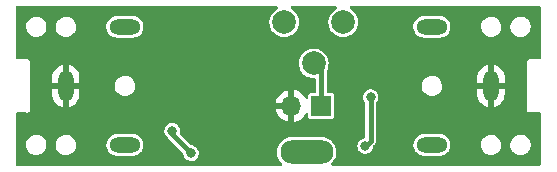
<source format=gbr>
%TF.GenerationSoftware,KiCad,Pcbnew,(6.0.0)*%
%TF.CreationDate,2022-02-18T01:59:25+09:00*%
%TF.ProjectId,mic pre,6d696320-7072-4652-9e6b-696361645f70,rev?*%
%TF.SameCoordinates,Original*%
%TF.FileFunction,Copper,L2,Bot*%
%TF.FilePolarity,Positive*%
%FSLAX46Y46*%
G04 Gerber Fmt 4.6, Leading zero omitted, Abs format (unit mm)*
G04 Created by KiCad (PCBNEW (6.0.0)) date 2022-02-18 01:59:25*
%MOMM*%
%LPD*%
G01*
G04 APERTURE LIST*
%TA.AperFunction,ComponentPad*%
%ADD10C,2.000000*%
%TD*%
%TA.AperFunction,ComponentPad*%
%ADD11R,1.700000X1.700000*%
%TD*%
%TA.AperFunction,ComponentPad*%
%ADD12O,1.700000X1.700000*%
%TD*%
%TA.AperFunction,ComponentPad*%
%ADD13O,2.616000X1.308000*%
%TD*%
%TA.AperFunction,ComponentPad*%
%ADD14O,1.308000X2.616000*%
%TD*%
%TA.AperFunction,ComponentPad*%
%ADD15O,4.500000X2.000000*%
%TD*%
%TA.AperFunction,ViaPad*%
%ADD16C,0.800000*%
%TD*%
%TA.AperFunction,Conductor*%
%ADD17C,0.400000*%
%TD*%
%TA.AperFunction,Conductor*%
%ADD18C,0.250000*%
%TD*%
G04 APERTURE END LIST*
D10*
%TO.P,SW1,1,A*%
%TO.N,VCC*%
X156500000Y-94600000D03*
%TO.P,SW1,2,B*%
%TO.N,Net-(J1-Pad1)*%
X154000000Y-98100000D03*
%TO.P,SW1,3,C*%
%TO.N,unconnected-(SW1-Pad3)*%
X151500000Y-94600000D03*
%TD*%
D11*
%TO.P,J1,1,Pin_1*%
%TO.N,Net-(J1-Pad1)*%
X154640000Y-101700000D03*
D12*
%TO.P,J1,2,Pin_2*%
%TO.N,GND*%
X152100000Y-101700000D03*
%TD*%
D13*
%TO.P,J3,R*%
%TO.N,unconnected-(J3-PadR)*%
X164000000Y-105000000D03*
D14*
%TO.P,J3,S*%
%TO.N,GND*%
X169000000Y-100000000D03*
D13*
%TO.P,J3,T*%
%TO.N,Net-(C6-Pad2)*%
X164000000Y-95000000D03*
%TD*%
%TO.P,J2,R*%
%TO.N,unconnected-(J2-PadR)*%
X138000000Y-95000000D03*
D14*
%TO.P,J2,S*%
%TO.N,GND*%
X133000000Y-100000000D03*
D13*
%TO.P,J2,T*%
%TO.N,Net-(C2-Pad2)*%
X138000000Y-105000000D03*
%TD*%
D15*
%TO.P,REF\u002A\u002A,1*%
%TO.N,N/C*%
X153400000Y-105600000D03*
%TD*%
D16*
%TO.N,VCC*%
X143600000Y-105700000D03*
X158815183Y-100957592D03*
X158350500Y-105100000D03*
X142000000Y-103800000D03*
%TO.N,GND*%
X157700000Y-98600000D03*
X146700000Y-95000000D03*
X145400000Y-102800000D03*
X147600000Y-101800000D03*
X158400000Y-94000000D03*
X154000000Y-95900000D03*
%TD*%
D17*
%TO.N,VCC*%
X158815183Y-100957592D02*
X158815183Y-104635317D01*
X158815183Y-104635317D02*
X158350500Y-105100000D01*
D18*
X142000000Y-104100000D02*
X142000000Y-103800000D01*
D17*
X143600000Y-105700000D02*
X142000000Y-104100000D01*
%TO.N,Net-(J1-Pad1)*%
X154640000Y-98740000D02*
X154000000Y-98100000D01*
X154640000Y-101700000D02*
X154640000Y-98740000D01*
%TD*%
%TA.AperFunction,Conductor*%
%TO.N,GND*%
G36*
X150917877Y-93274002D02*
G01*
X150964370Y-93327658D01*
X150974474Y-93397932D01*
X150944980Y-93462512D01*
X150903006Y-93494195D01*
X150875341Y-93507095D01*
X150875336Y-93507098D01*
X150870354Y-93509421D01*
X150865847Y-93512577D01*
X150865845Y-93512578D01*
X150695054Y-93632167D01*
X150695051Y-93632169D01*
X150690543Y-93635326D01*
X150535326Y-93790543D01*
X150409421Y-93970354D01*
X150407098Y-93975336D01*
X150407095Y-93975341D01*
X150360104Y-94076116D01*
X150316653Y-94169297D01*
X150259839Y-94381326D01*
X150240708Y-94600000D01*
X150259839Y-94818674D01*
X150316653Y-95030703D01*
X150343783Y-95088884D01*
X150407095Y-95224659D01*
X150407098Y-95224664D01*
X150409421Y-95229646D01*
X150412577Y-95234153D01*
X150412578Y-95234155D01*
X150470179Y-95316417D01*
X150535326Y-95409457D01*
X150690543Y-95564674D01*
X150695051Y-95567831D01*
X150695054Y-95567833D01*
X150763380Y-95615675D01*
X150870354Y-95690579D01*
X150875336Y-95692902D01*
X150875341Y-95692905D01*
X150964803Y-95734621D01*
X151069297Y-95783347D01*
X151281326Y-95840161D01*
X151500000Y-95859292D01*
X151718674Y-95840161D01*
X151930703Y-95783347D01*
X152035197Y-95734621D01*
X152124659Y-95692905D01*
X152124664Y-95692902D01*
X152129646Y-95690579D01*
X152236620Y-95615675D01*
X152304946Y-95567833D01*
X152304949Y-95567831D01*
X152309457Y-95564674D01*
X152464674Y-95409457D01*
X152529822Y-95316417D01*
X152587422Y-95234155D01*
X152587423Y-95234153D01*
X152590579Y-95229646D01*
X152592902Y-95224664D01*
X152592905Y-95224659D01*
X152656217Y-95088884D01*
X152683347Y-95030703D01*
X152740161Y-94818674D01*
X152759292Y-94600000D01*
X152740161Y-94381326D01*
X152683347Y-94169297D01*
X152639896Y-94076116D01*
X152592905Y-93975341D01*
X152592902Y-93975336D01*
X152590579Y-93970354D01*
X152464674Y-93790543D01*
X152309457Y-93635326D01*
X152304949Y-93632169D01*
X152304946Y-93632167D01*
X152134155Y-93512578D01*
X152134153Y-93512577D01*
X152129646Y-93509421D01*
X152124664Y-93507098D01*
X152124659Y-93507095D01*
X152096994Y-93494195D01*
X152043709Y-93447277D01*
X152024248Y-93379000D01*
X152044790Y-93311040D01*
X152098813Y-93264975D01*
X152150244Y-93254000D01*
X155849756Y-93254000D01*
X155917877Y-93274002D01*
X155964370Y-93327658D01*
X155974474Y-93397932D01*
X155944980Y-93462512D01*
X155903006Y-93494195D01*
X155875341Y-93507095D01*
X155875336Y-93507098D01*
X155870354Y-93509421D01*
X155865847Y-93512577D01*
X155865845Y-93512578D01*
X155695054Y-93632167D01*
X155695051Y-93632169D01*
X155690543Y-93635326D01*
X155535326Y-93790543D01*
X155409421Y-93970354D01*
X155407098Y-93975336D01*
X155407095Y-93975341D01*
X155360104Y-94076116D01*
X155316653Y-94169297D01*
X155259839Y-94381326D01*
X155240708Y-94600000D01*
X155259839Y-94818674D01*
X155316653Y-95030703D01*
X155343783Y-95088884D01*
X155407095Y-95224659D01*
X155407098Y-95224664D01*
X155409421Y-95229646D01*
X155412577Y-95234153D01*
X155412578Y-95234155D01*
X155470179Y-95316417D01*
X155535326Y-95409457D01*
X155690543Y-95564674D01*
X155695051Y-95567831D01*
X155695054Y-95567833D01*
X155763380Y-95615675D01*
X155870354Y-95690579D01*
X155875336Y-95692902D01*
X155875341Y-95692905D01*
X155964803Y-95734621D01*
X156069297Y-95783347D01*
X156281326Y-95840161D01*
X156500000Y-95859292D01*
X156718674Y-95840161D01*
X156930703Y-95783347D01*
X157035197Y-95734621D01*
X157124659Y-95692905D01*
X157124664Y-95692902D01*
X157129646Y-95690579D01*
X157236620Y-95615675D01*
X157304946Y-95567833D01*
X157304949Y-95567831D01*
X157309457Y-95564674D01*
X157464674Y-95409457D01*
X157529822Y-95316417D01*
X157587422Y-95234155D01*
X157587423Y-95234153D01*
X157590579Y-95229646D01*
X157592902Y-95224664D01*
X157592905Y-95224659D01*
X157653138Y-95095487D01*
X162437500Y-95095487D01*
X162477206Y-95282288D01*
X162479891Y-95288318D01*
X162479891Y-95288319D01*
X162531817Y-95404946D01*
X162554882Y-95456752D01*
X162558762Y-95462093D01*
X162558763Y-95462094D01*
X162576034Y-95485865D01*
X162667134Y-95611253D01*
X162672044Y-95615674D01*
X162672045Y-95615675D01*
X162755235Y-95690579D01*
X162809056Y-95739040D01*
X162974444Y-95834527D01*
X163156072Y-95893542D01*
X163162633Y-95894232D01*
X163162635Y-95894232D01*
X163215889Y-95899829D01*
X163298390Y-95908500D01*
X164701610Y-95908500D01*
X164784111Y-95899829D01*
X164837365Y-95894232D01*
X164837367Y-95894232D01*
X164843928Y-95893542D01*
X165025556Y-95834527D01*
X165190944Y-95739040D01*
X165244766Y-95690579D01*
X165327955Y-95615675D01*
X165327956Y-95615674D01*
X165332866Y-95611253D01*
X165423966Y-95485865D01*
X165441237Y-95462094D01*
X165441238Y-95462093D01*
X165445118Y-95456752D01*
X165468184Y-95404946D01*
X165520109Y-95288319D01*
X165520109Y-95288318D01*
X165522794Y-95282288D01*
X165562500Y-95095487D01*
X165562500Y-94952019D01*
X168141801Y-94952019D01*
X168142158Y-94958836D01*
X168142158Y-94958840D01*
X168150077Y-95109920D01*
X168151518Y-95137424D01*
X168153328Y-95143996D01*
X168153329Y-95144001D01*
X168199008Y-95309835D01*
X168200821Y-95316417D01*
X168287410Y-95480648D01*
X168407245Y-95622454D01*
X168412668Y-95626601D01*
X168412670Y-95626602D01*
X168549315Y-95731075D01*
X168549319Y-95731077D01*
X168554736Y-95735219D01*
X168560916Y-95738101D01*
X168560918Y-95738102D01*
X168716823Y-95810802D01*
X168716826Y-95810803D01*
X168723000Y-95813682D01*
X168729648Y-95815168D01*
X168729651Y-95815169D01*
X168825391Y-95836569D01*
X168904188Y-95854182D01*
X168909876Y-95854500D01*
X169046385Y-95854500D01*
X169184573Y-95839488D01*
X169347164Y-95784770D01*
X169354064Y-95782448D01*
X169354066Y-95782447D01*
X169360535Y-95780270D01*
X169519677Y-95684649D01*
X169524634Y-95679961D01*
X169524637Y-95679959D01*
X169649614Y-95561773D01*
X169649616Y-95561771D01*
X169654572Y-95557084D01*
X169758928Y-95403529D01*
X169791355Y-95322456D01*
X169825342Y-95237484D01*
X169825343Y-95237479D01*
X169827876Y-95231147D01*
X169828990Y-95224420D01*
X169828991Y-95224415D01*
X169857084Y-95054718D01*
X169857084Y-95054715D01*
X169858199Y-95047981D01*
X169857294Y-95030703D01*
X169853170Y-94952019D01*
X170641801Y-94952019D01*
X170642158Y-94958836D01*
X170642158Y-94958840D01*
X170650077Y-95109920D01*
X170651518Y-95137424D01*
X170653328Y-95143996D01*
X170653329Y-95144001D01*
X170699008Y-95309835D01*
X170700821Y-95316417D01*
X170787410Y-95480648D01*
X170907245Y-95622454D01*
X170912668Y-95626601D01*
X170912670Y-95626602D01*
X171049315Y-95731075D01*
X171049319Y-95731077D01*
X171054736Y-95735219D01*
X171060916Y-95738101D01*
X171060918Y-95738102D01*
X171216823Y-95810802D01*
X171216826Y-95810803D01*
X171223000Y-95813682D01*
X171229648Y-95815168D01*
X171229651Y-95815169D01*
X171325391Y-95836569D01*
X171404188Y-95854182D01*
X171409876Y-95854500D01*
X171546385Y-95854500D01*
X171684573Y-95839488D01*
X171847164Y-95784770D01*
X171854064Y-95782448D01*
X171854066Y-95782447D01*
X171860535Y-95780270D01*
X172019677Y-95684649D01*
X172024634Y-95679961D01*
X172024637Y-95679959D01*
X172149614Y-95561773D01*
X172149616Y-95561771D01*
X172154572Y-95557084D01*
X172258928Y-95403529D01*
X172291355Y-95322456D01*
X172325342Y-95237484D01*
X172325343Y-95237479D01*
X172327876Y-95231147D01*
X172328990Y-95224420D01*
X172328991Y-95224415D01*
X172357084Y-95054718D01*
X172357084Y-95054715D01*
X172358199Y-95047981D01*
X172357294Y-95030703D01*
X172348839Y-94869389D01*
X172348482Y-94862576D01*
X172346672Y-94856004D01*
X172346671Y-94855999D01*
X172300992Y-94690165D01*
X172299179Y-94683583D01*
X172212590Y-94519352D01*
X172092755Y-94377546D01*
X172087330Y-94373398D01*
X171950685Y-94268925D01*
X171950681Y-94268923D01*
X171945264Y-94264781D01*
X171939084Y-94261899D01*
X171939082Y-94261898D01*
X171783177Y-94189198D01*
X171783174Y-94189197D01*
X171777000Y-94186318D01*
X171770352Y-94184832D01*
X171770349Y-94184831D01*
X171600849Y-94146944D01*
X171600850Y-94146944D01*
X171595812Y-94145818D01*
X171590124Y-94145500D01*
X171453615Y-94145500D01*
X171315427Y-94160512D01*
X171230189Y-94189198D01*
X171145936Y-94217552D01*
X171145934Y-94217553D01*
X171139465Y-94219730D01*
X170980323Y-94315351D01*
X170975366Y-94320039D01*
X170975363Y-94320041D01*
X170897057Y-94394092D01*
X170845428Y-94442916D01*
X170741072Y-94596471D01*
X170738539Y-94602805D01*
X170738537Y-94602808D01*
X170674658Y-94762516D01*
X170674657Y-94762521D01*
X170672124Y-94768853D01*
X170671010Y-94775580D01*
X170671009Y-94775585D01*
X170648572Y-94911116D01*
X170641801Y-94952019D01*
X169853170Y-94952019D01*
X169848839Y-94869389D01*
X169848482Y-94862576D01*
X169846672Y-94856004D01*
X169846671Y-94855999D01*
X169800992Y-94690165D01*
X169799179Y-94683583D01*
X169712590Y-94519352D01*
X169592755Y-94377546D01*
X169587330Y-94373398D01*
X169450685Y-94268925D01*
X169450681Y-94268923D01*
X169445264Y-94264781D01*
X169439084Y-94261899D01*
X169439082Y-94261898D01*
X169283177Y-94189198D01*
X169283174Y-94189197D01*
X169277000Y-94186318D01*
X169270352Y-94184832D01*
X169270349Y-94184831D01*
X169100849Y-94146944D01*
X169100850Y-94146944D01*
X169095812Y-94145818D01*
X169090124Y-94145500D01*
X168953615Y-94145500D01*
X168815427Y-94160512D01*
X168730189Y-94189198D01*
X168645936Y-94217552D01*
X168645934Y-94217553D01*
X168639465Y-94219730D01*
X168480323Y-94315351D01*
X168475366Y-94320039D01*
X168475363Y-94320041D01*
X168397057Y-94394092D01*
X168345428Y-94442916D01*
X168241072Y-94596471D01*
X168238539Y-94602805D01*
X168238537Y-94602808D01*
X168174658Y-94762516D01*
X168174657Y-94762521D01*
X168172124Y-94768853D01*
X168171010Y-94775580D01*
X168171009Y-94775585D01*
X168148572Y-94911116D01*
X168141801Y-94952019D01*
X165562500Y-94952019D01*
X165562500Y-94904513D01*
X165522794Y-94717712D01*
X165520109Y-94711681D01*
X165447803Y-94549278D01*
X165447802Y-94549276D01*
X165445118Y-94543248D01*
X165427757Y-94519352D01*
X165336749Y-94394092D01*
X165332866Y-94388747D01*
X165256560Y-94320041D01*
X165195852Y-94265379D01*
X165195851Y-94265378D01*
X165190944Y-94260960D01*
X165059085Y-94184831D01*
X165031279Y-94168777D01*
X165031278Y-94168776D01*
X165025556Y-94165473D01*
X164843928Y-94106458D01*
X164837367Y-94105768D01*
X164837365Y-94105768D01*
X164784111Y-94100171D01*
X164701610Y-94091500D01*
X163298390Y-94091500D01*
X163215889Y-94100171D01*
X163162635Y-94105768D01*
X163162633Y-94105768D01*
X163156072Y-94106458D01*
X162974444Y-94165473D01*
X162968722Y-94168776D01*
X162968721Y-94168777D01*
X162940915Y-94184831D01*
X162809056Y-94260960D01*
X162804149Y-94265378D01*
X162804148Y-94265379D01*
X162743440Y-94320041D01*
X162667134Y-94388747D01*
X162663251Y-94394092D01*
X162572244Y-94519352D01*
X162554882Y-94543248D01*
X162552198Y-94549276D01*
X162552197Y-94549278D01*
X162479891Y-94711681D01*
X162477206Y-94717712D01*
X162437500Y-94904513D01*
X162437500Y-95095487D01*
X157653138Y-95095487D01*
X157656217Y-95088884D01*
X157683347Y-95030703D01*
X157740161Y-94818674D01*
X157759292Y-94600000D01*
X157740161Y-94381326D01*
X157683347Y-94169297D01*
X157639896Y-94076116D01*
X157592905Y-93975341D01*
X157592902Y-93975336D01*
X157590579Y-93970354D01*
X157464674Y-93790543D01*
X157309457Y-93635326D01*
X157304949Y-93632169D01*
X157304946Y-93632167D01*
X157134155Y-93512578D01*
X157134153Y-93512577D01*
X157129646Y-93509421D01*
X157124664Y-93507098D01*
X157124659Y-93507095D01*
X157096994Y-93494195D01*
X157043709Y-93447277D01*
X157024248Y-93379000D01*
X157044790Y-93311040D01*
X157098813Y-93264975D01*
X157150244Y-93254000D01*
X173120000Y-93254000D01*
X173188121Y-93274002D01*
X173234614Y-93327658D01*
X173246000Y-93380000D01*
X173246000Y-97620000D01*
X173225998Y-97688121D01*
X173172342Y-97734614D01*
X173120000Y-97746000D01*
X172337425Y-97746000D01*
X172312847Y-97743579D01*
X172300000Y-97741024D01*
X172287828Y-97743445D01*
X172274983Y-97746000D01*
X172200894Y-97760737D01*
X172116876Y-97816876D01*
X172060737Y-97900894D01*
X172041024Y-98000000D01*
X172043445Y-98012170D01*
X172043579Y-98012844D01*
X172046000Y-98037425D01*
X172046000Y-101962575D01*
X172043579Y-101987153D01*
X172041024Y-102000000D01*
X172046000Y-102025017D01*
X172060737Y-102099106D01*
X172116876Y-102183124D01*
X172200894Y-102239263D01*
X172300000Y-102258976D01*
X172312847Y-102256421D01*
X172337425Y-102254000D01*
X173120000Y-102254000D01*
X173188121Y-102274002D01*
X173234614Y-102327658D01*
X173246000Y-102380000D01*
X173246000Y-106620000D01*
X173225998Y-106688121D01*
X173172342Y-106734614D01*
X173120000Y-106746000D01*
X155584033Y-106746000D01*
X155515912Y-106725998D01*
X155469419Y-106672342D01*
X155459315Y-106602068D01*
X155493549Y-106532315D01*
X155624969Y-106396701D01*
X155624971Y-106396698D01*
X155628871Y-106392674D01*
X155655312Y-106353326D01*
X155750641Y-106211460D01*
X155750643Y-106211457D01*
X155753770Y-106206803D01*
X155814834Y-106067697D01*
X155841525Y-106006894D01*
X155841526Y-106006892D01*
X155843782Y-106001752D01*
X155884722Y-105831223D01*
X155894749Y-105789459D01*
X155894749Y-105789458D01*
X155896059Y-105784002D01*
X155904387Y-105639564D01*
X155908626Y-105566043D01*
X155908626Y-105566040D01*
X155908949Y-105560436D01*
X155882046Y-105338120D01*
X155816200Y-105124083D01*
X155810897Y-105113807D01*
X155800207Y-105093096D01*
X157691229Y-105093096D01*
X157692063Y-105100646D01*
X157702271Y-105193106D01*
X157708613Y-105250553D01*
X157711223Y-105257684D01*
X157711223Y-105257686D01*
X157742697Y-105343692D01*
X157763053Y-105399319D01*
X157767289Y-105405622D01*
X157767289Y-105405623D01*
X157821210Y-105485865D01*
X157851408Y-105530805D01*
X157857027Y-105535918D01*
X157857028Y-105535919D01*
X157956688Y-105626602D01*
X157968576Y-105637419D01*
X158107793Y-105713008D01*
X158261022Y-105753207D01*
X158344977Y-105754526D01*
X158411819Y-105755576D01*
X158411822Y-105755576D01*
X158419416Y-105755695D01*
X158573832Y-105720329D01*
X158654100Y-105679959D01*
X158708572Y-105652563D01*
X158708575Y-105652561D01*
X158715355Y-105649151D01*
X158721126Y-105644222D01*
X158721129Y-105644220D01*
X158830036Y-105551204D01*
X158830036Y-105551203D01*
X158835814Y-105546269D01*
X158928255Y-105417624D01*
X158987342Y-105270641D01*
X159008752Y-105120202D01*
X159019996Y-105095487D01*
X162437500Y-105095487D01*
X162438872Y-105101939D01*
X162438872Y-105101944D01*
X162457353Y-105188888D01*
X162477206Y-105282288D01*
X162479891Y-105288318D01*
X162479891Y-105288319D01*
X162539233Y-105421603D01*
X162554882Y-105456752D01*
X162558762Y-105462093D01*
X162558763Y-105462094D01*
X162576034Y-105485865D01*
X162667134Y-105611253D01*
X162672044Y-105615674D01*
X162672045Y-105615675D01*
X162785568Y-105717891D01*
X162809056Y-105739040D01*
X162974444Y-105834527D01*
X163156072Y-105893542D01*
X163162633Y-105894232D01*
X163162635Y-105894232D01*
X163215889Y-105899829D01*
X163298390Y-105908500D01*
X164701610Y-105908500D01*
X164784111Y-105899829D01*
X164837365Y-105894232D01*
X164837367Y-105894232D01*
X164843928Y-105893542D01*
X165025556Y-105834527D01*
X165190944Y-105739040D01*
X165214433Y-105717891D01*
X165327955Y-105615675D01*
X165327956Y-105615674D01*
X165332866Y-105611253D01*
X165423966Y-105485865D01*
X165441237Y-105462094D01*
X165441238Y-105462093D01*
X165445118Y-105456752D01*
X165460768Y-105421603D01*
X165520109Y-105288319D01*
X165520109Y-105288318D01*
X165522794Y-105282288D01*
X165542647Y-105188888D01*
X165561128Y-105101944D01*
X165561128Y-105101939D01*
X165562500Y-105095487D01*
X165562500Y-104952019D01*
X168141801Y-104952019D01*
X168142158Y-104958836D01*
X168142158Y-104958840D01*
X168150077Y-105109920D01*
X168151518Y-105137424D01*
X168153328Y-105143996D01*
X168153329Y-105144001D01*
X168199008Y-105309835D01*
X168200821Y-105316417D01*
X168287410Y-105480648D01*
X168407245Y-105622454D01*
X168412668Y-105626601D01*
X168412670Y-105626602D01*
X168549315Y-105731075D01*
X168549319Y-105731077D01*
X168554736Y-105735219D01*
X168560916Y-105738101D01*
X168560918Y-105738102D01*
X168716823Y-105810802D01*
X168716826Y-105810803D01*
X168723000Y-105813682D01*
X168729648Y-105815168D01*
X168729651Y-105815169D01*
X168825391Y-105836569D01*
X168904188Y-105854182D01*
X168909876Y-105854500D01*
X169046385Y-105854500D01*
X169184573Y-105839488D01*
X169349446Y-105784002D01*
X169354064Y-105782448D01*
X169354066Y-105782447D01*
X169360535Y-105780270D01*
X169519677Y-105684649D01*
X169524634Y-105679961D01*
X169524637Y-105679959D01*
X169649614Y-105561773D01*
X169649616Y-105561771D01*
X169654572Y-105557084D01*
X169758928Y-105403529D01*
X169762521Y-105394546D01*
X169825342Y-105237484D01*
X169825343Y-105237479D01*
X169827876Y-105231147D01*
X169828990Y-105224420D01*
X169828991Y-105224415D01*
X169857084Y-105054718D01*
X169857084Y-105054715D01*
X169858199Y-105047981D01*
X169854417Y-104975807D01*
X169853170Y-104952019D01*
X170641801Y-104952019D01*
X170642158Y-104958836D01*
X170642158Y-104958840D01*
X170650077Y-105109920D01*
X170651518Y-105137424D01*
X170653328Y-105143996D01*
X170653329Y-105144001D01*
X170699008Y-105309835D01*
X170700821Y-105316417D01*
X170787410Y-105480648D01*
X170907245Y-105622454D01*
X170912668Y-105626601D01*
X170912670Y-105626602D01*
X171049315Y-105731075D01*
X171049319Y-105731077D01*
X171054736Y-105735219D01*
X171060916Y-105738101D01*
X171060918Y-105738102D01*
X171216823Y-105810802D01*
X171216826Y-105810803D01*
X171223000Y-105813682D01*
X171229648Y-105815168D01*
X171229651Y-105815169D01*
X171325391Y-105836569D01*
X171404188Y-105854182D01*
X171409876Y-105854500D01*
X171546385Y-105854500D01*
X171684573Y-105839488D01*
X171849446Y-105784002D01*
X171854064Y-105782448D01*
X171854066Y-105782447D01*
X171860535Y-105780270D01*
X172019677Y-105684649D01*
X172024634Y-105679961D01*
X172024637Y-105679959D01*
X172149614Y-105561773D01*
X172149616Y-105561771D01*
X172154572Y-105557084D01*
X172258928Y-105403529D01*
X172262521Y-105394546D01*
X172325342Y-105237484D01*
X172325343Y-105237479D01*
X172327876Y-105231147D01*
X172328990Y-105224420D01*
X172328991Y-105224415D01*
X172357084Y-105054718D01*
X172357084Y-105054715D01*
X172358199Y-105047981D01*
X172354417Y-104975807D01*
X172348839Y-104869389D01*
X172348482Y-104862576D01*
X172346672Y-104856004D01*
X172346671Y-104855999D01*
X172300992Y-104690165D01*
X172299179Y-104683583D01*
X172212590Y-104519352D01*
X172092755Y-104377546D01*
X172087330Y-104373398D01*
X171950685Y-104268925D01*
X171950681Y-104268923D01*
X171945264Y-104264781D01*
X171939084Y-104261899D01*
X171939082Y-104261898D01*
X171783177Y-104189198D01*
X171783174Y-104189197D01*
X171777000Y-104186318D01*
X171770352Y-104184832D01*
X171770349Y-104184831D01*
X171600849Y-104146944D01*
X171600850Y-104146944D01*
X171595812Y-104145818D01*
X171590124Y-104145500D01*
X171453615Y-104145500D01*
X171315427Y-104160512D01*
X171230189Y-104189198D01*
X171145936Y-104217552D01*
X171145934Y-104217553D01*
X171139465Y-104219730D01*
X170980323Y-104315351D01*
X170975366Y-104320039D01*
X170975363Y-104320041D01*
X170867714Y-104421841D01*
X170845428Y-104442916D01*
X170741072Y-104596471D01*
X170738539Y-104602805D01*
X170738537Y-104602808D01*
X170674658Y-104762516D01*
X170674657Y-104762521D01*
X170672124Y-104768853D01*
X170671010Y-104775580D01*
X170671009Y-104775585D01*
X170642916Y-104945282D01*
X170641801Y-104952019D01*
X169853170Y-104952019D01*
X169848839Y-104869389D01*
X169848482Y-104862576D01*
X169846672Y-104856004D01*
X169846671Y-104855999D01*
X169800992Y-104690165D01*
X169799179Y-104683583D01*
X169712590Y-104519352D01*
X169592755Y-104377546D01*
X169587330Y-104373398D01*
X169450685Y-104268925D01*
X169450681Y-104268923D01*
X169445264Y-104264781D01*
X169439084Y-104261899D01*
X169439082Y-104261898D01*
X169283177Y-104189198D01*
X169283174Y-104189197D01*
X169277000Y-104186318D01*
X169270352Y-104184832D01*
X169270349Y-104184831D01*
X169100849Y-104146944D01*
X169100850Y-104146944D01*
X169095812Y-104145818D01*
X169090124Y-104145500D01*
X168953615Y-104145500D01*
X168815427Y-104160512D01*
X168730189Y-104189198D01*
X168645936Y-104217552D01*
X168645934Y-104217553D01*
X168639465Y-104219730D01*
X168480323Y-104315351D01*
X168475366Y-104320039D01*
X168475363Y-104320041D01*
X168367714Y-104421841D01*
X168345428Y-104442916D01*
X168241072Y-104596471D01*
X168238539Y-104602805D01*
X168238537Y-104602808D01*
X168174658Y-104762516D01*
X168174657Y-104762521D01*
X168172124Y-104768853D01*
X168171010Y-104775580D01*
X168171009Y-104775585D01*
X168142916Y-104945282D01*
X168141801Y-104952019D01*
X165562500Y-104952019D01*
X165562500Y-104904513D01*
X165561117Y-104898003D01*
X165540986Y-104803299D01*
X165522794Y-104717712D01*
X165518123Y-104707220D01*
X165447803Y-104549278D01*
X165447802Y-104549276D01*
X165445118Y-104543248D01*
X165427757Y-104519352D01*
X165354081Y-104417947D01*
X165332866Y-104388747D01*
X165319833Y-104377012D01*
X165195852Y-104265379D01*
X165195851Y-104265378D01*
X165190944Y-104260960D01*
X165025556Y-104165473D01*
X164843928Y-104106458D01*
X164837367Y-104105768D01*
X164837365Y-104105768D01*
X164776004Y-104099319D01*
X164701610Y-104091500D01*
X163298390Y-104091500D01*
X163223996Y-104099319D01*
X163162635Y-104105768D01*
X163162633Y-104105768D01*
X163156072Y-104106458D01*
X162974444Y-104165473D01*
X162809056Y-104260960D01*
X162804149Y-104265378D01*
X162804148Y-104265379D01*
X162680167Y-104377012D01*
X162667134Y-104388747D01*
X162645919Y-104417947D01*
X162572244Y-104519352D01*
X162554882Y-104543248D01*
X162552198Y-104549276D01*
X162552197Y-104549278D01*
X162481877Y-104707220D01*
X162477206Y-104717712D01*
X162459014Y-104803299D01*
X162438884Y-104898003D01*
X162437500Y-104904513D01*
X162437500Y-105095487D01*
X159019996Y-105095487D01*
X159038152Y-105055579D01*
X159044400Y-105048860D01*
X159112194Y-104981066D01*
X159123283Y-104971211D01*
X159138975Y-104958840D01*
X159150242Y-104949958D01*
X159183925Y-104901223D01*
X159186207Y-104898030D01*
X159221392Y-104850393D01*
X159223806Y-104843520D01*
X159227947Y-104837528D01*
X159245812Y-104781039D01*
X159247063Y-104777290D01*
X159250026Y-104768853D01*
X159266676Y-104721443D01*
X159266959Y-104714239D01*
X159266992Y-104714068D01*
X159269158Y-104707220D01*
X159269683Y-104700549D01*
X159269683Y-104647379D01*
X159269780Y-104642433D01*
X159271337Y-104602808D01*
X159272041Y-104584880D01*
X159270144Y-104577725D01*
X159269683Y-104569350D01*
X159269683Y-101485148D01*
X159289685Y-101417027D01*
X159298591Y-101405489D01*
X159300497Y-101403861D01*
X159392938Y-101275216D01*
X159452025Y-101128233D01*
X159474345Y-100971399D01*
X159474490Y-100957592D01*
X159455459Y-100800325D01*
X159399463Y-100652138D01*
X159361368Y-100596709D01*
X159314038Y-100527843D01*
X159314037Y-100527841D01*
X159309736Y-100521584D01*
X159191458Y-100416203D01*
X159184072Y-100412292D01*
X159115624Y-100376051D01*
X159051457Y-100342076D01*
X158897816Y-100303484D01*
X158890217Y-100303444D01*
X158890216Y-100303444D01*
X158824364Y-100303099D01*
X158739404Y-100302654D01*
X158732024Y-100304426D01*
X158732022Y-100304426D01*
X158592746Y-100337863D01*
X158592743Y-100337864D01*
X158585367Y-100339635D01*
X158444597Y-100412292D01*
X158325222Y-100516430D01*
X158234133Y-100646036D01*
X158219040Y-100684748D01*
X158188581Y-100762872D01*
X158176589Y-100793629D01*
X158175597Y-100801162D01*
X158175597Y-100801163D01*
X158167732Y-100860908D01*
X158155912Y-100950688D01*
X158160567Y-100992852D01*
X158169901Y-101077390D01*
X158173296Y-101108145D01*
X158227736Y-101256911D01*
X158316091Y-101388397D01*
X158321710Y-101393510D01*
X158326672Y-101399258D01*
X158325064Y-101400646D01*
X158356407Y-101452132D01*
X158360683Y-101484677D01*
X158360683Y-104325094D01*
X158340681Y-104393215D01*
X158287025Y-104439708D01*
X158264101Y-104447612D01*
X158200438Y-104462896D01*
X158128063Y-104480271D01*
X158128060Y-104480272D01*
X158120684Y-104482043D01*
X157979914Y-104554700D01*
X157860539Y-104658838D01*
X157769450Y-104788444D01*
X157747977Y-104843520D01*
X157716175Y-104925088D01*
X157711906Y-104936037D01*
X157710914Y-104943570D01*
X157710914Y-104943571D01*
X157692363Y-105084484D01*
X157691229Y-105093096D01*
X155800207Y-105093096D01*
X155716063Y-104930071D01*
X155716063Y-104930070D01*
X155713491Y-104925088D01*
X155577167Y-104747427D01*
X155573021Y-104743654D01*
X155573016Y-104743649D01*
X155415689Y-104600493D01*
X155411536Y-104596714D01*
X155221833Y-104477714D01*
X155135271Y-104442916D01*
X155019262Y-104396281D01*
X155014056Y-104394188D01*
X155008564Y-104393051D01*
X155008562Y-104393050D01*
X154857754Y-104361819D01*
X154794772Y-104348776D01*
X154790161Y-104348510D01*
X154790160Y-104348510D01*
X154739775Y-104345605D01*
X154739771Y-104345605D01*
X154737952Y-104345500D01*
X152093181Y-104345500D01*
X152090394Y-104345749D01*
X152090388Y-104345749D01*
X152021038Y-104351939D01*
X151926949Y-104360336D01*
X151710949Y-104419427D01*
X151705891Y-104421839D01*
X151705887Y-104421841D01*
X151513893Y-104513417D01*
X151508826Y-104515834D01*
X151504265Y-104519111D01*
X151504264Y-104519112D01*
X151391011Y-104600493D01*
X151326970Y-104646511D01*
X151296897Y-104677544D01*
X151195451Y-104782228D01*
X151171129Y-104807326D01*
X151168001Y-104811981D01*
X151054382Y-104981066D01*
X151046230Y-104993197D01*
X150956218Y-105198248D01*
X150954908Y-105203705D01*
X150906935Y-105403529D01*
X150903941Y-105415998D01*
X150903618Y-105421603D01*
X150892038Y-105622454D01*
X150891051Y-105639564D01*
X150917954Y-105861880D01*
X150983800Y-106075917D01*
X150986370Y-106080897D01*
X150986372Y-106080901D01*
X151048703Y-106201665D01*
X151086509Y-106274912D01*
X151222833Y-106452573D01*
X151226979Y-106456346D01*
X151226984Y-106456351D01*
X151304415Y-106526807D01*
X151341337Y-106587447D01*
X151339614Y-106658422D01*
X151299792Y-106717199D01*
X151234514Y-106745116D01*
X151219615Y-106746000D01*
X128880000Y-106746000D01*
X128811879Y-106725998D01*
X128765386Y-106672342D01*
X128754000Y-106620000D01*
X128754000Y-104952019D01*
X129641801Y-104952019D01*
X129642158Y-104958836D01*
X129642158Y-104958840D01*
X129650077Y-105109920D01*
X129651518Y-105137424D01*
X129653328Y-105143996D01*
X129653329Y-105144001D01*
X129699008Y-105309835D01*
X129700821Y-105316417D01*
X129787410Y-105480648D01*
X129907245Y-105622454D01*
X129912668Y-105626601D01*
X129912670Y-105626602D01*
X130049315Y-105731075D01*
X130049319Y-105731077D01*
X130054736Y-105735219D01*
X130060916Y-105738101D01*
X130060918Y-105738102D01*
X130216823Y-105810802D01*
X130216826Y-105810803D01*
X130223000Y-105813682D01*
X130229648Y-105815168D01*
X130229651Y-105815169D01*
X130325391Y-105836569D01*
X130404188Y-105854182D01*
X130409876Y-105854500D01*
X130546385Y-105854500D01*
X130684573Y-105839488D01*
X130849446Y-105784002D01*
X130854064Y-105782448D01*
X130854066Y-105782447D01*
X130860535Y-105780270D01*
X131019677Y-105684649D01*
X131024634Y-105679961D01*
X131024637Y-105679959D01*
X131149614Y-105561773D01*
X131149616Y-105561771D01*
X131154572Y-105557084D01*
X131258928Y-105403529D01*
X131262521Y-105394546D01*
X131325342Y-105237484D01*
X131325343Y-105237479D01*
X131327876Y-105231147D01*
X131328990Y-105224420D01*
X131328991Y-105224415D01*
X131357084Y-105054718D01*
X131357084Y-105054715D01*
X131358199Y-105047981D01*
X131354417Y-104975807D01*
X131353170Y-104952019D01*
X132141801Y-104952019D01*
X132142158Y-104958836D01*
X132142158Y-104958840D01*
X132150077Y-105109920D01*
X132151518Y-105137424D01*
X132153328Y-105143996D01*
X132153329Y-105144001D01*
X132199008Y-105309835D01*
X132200821Y-105316417D01*
X132287410Y-105480648D01*
X132407245Y-105622454D01*
X132412668Y-105626601D01*
X132412670Y-105626602D01*
X132549315Y-105731075D01*
X132549319Y-105731077D01*
X132554736Y-105735219D01*
X132560916Y-105738101D01*
X132560918Y-105738102D01*
X132716823Y-105810802D01*
X132716826Y-105810803D01*
X132723000Y-105813682D01*
X132729648Y-105815168D01*
X132729651Y-105815169D01*
X132825391Y-105836569D01*
X132904188Y-105854182D01*
X132909876Y-105854500D01*
X133046385Y-105854500D01*
X133184573Y-105839488D01*
X133349446Y-105784002D01*
X133354064Y-105782448D01*
X133354066Y-105782447D01*
X133360535Y-105780270D01*
X133519677Y-105684649D01*
X133524634Y-105679961D01*
X133524637Y-105679959D01*
X133649614Y-105561773D01*
X133649616Y-105561771D01*
X133654572Y-105557084D01*
X133758928Y-105403529D01*
X133762521Y-105394546D01*
X133825342Y-105237484D01*
X133825343Y-105237479D01*
X133827876Y-105231147D01*
X133828990Y-105224420D01*
X133828991Y-105224415D01*
X133850335Y-105095487D01*
X136437500Y-105095487D01*
X136438872Y-105101939D01*
X136438872Y-105101944D01*
X136457353Y-105188888D01*
X136477206Y-105282288D01*
X136479891Y-105288318D01*
X136479891Y-105288319D01*
X136539233Y-105421603D01*
X136554882Y-105456752D01*
X136558762Y-105462093D01*
X136558763Y-105462094D01*
X136576034Y-105485865D01*
X136667134Y-105611253D01*
X136672044Y-105615674D01*
X136672045Y-105615675D01*
X136785568Y-105717891D01*
X136809056Y-105739040D01*
X136974444Y-105834527D01*
X137156072Y-105893542D01*
X137162633Y-105894232D01*
X137162635Y-105894232D01*
X137215889Y-105899829D01*
X137298390Y-105908500D01*
X138701610Y-105908500D01*
X138784111Y-105899829D01*
X138837365Y-105894232D01*
X138837367Y-105894232D01*
X138843928Y-105893542D01*
X139025556Y-105834527D01*
X139190944Y-105739040D01*
X139214433Y-105717891D01*
X139327955Y-105615675D01*
X139327956Y-105615674D01*
X139332866Y-105611253D01*
X139423966Y-105485865D01*
X139441237Y-105462094D01*
X139441238Y-105462093D01*
X139445118Y-105456752D01*
X139460768Y-105421603D01*
X139520109Y-105288319D01*
X139520109Y-105288318D01*
X139522794Y-105282288D01*
X139542647Y-105188888D01*
X139561128Y-105101944D01*
X139561128Y-105101939D01*
X139562500Y-105095487D01*
X139562500Y-104904513D01*
X139561117Y-104898003D01*
X139540986Y-104803299D01*
X139522794Y-104717712D01*
X139518123Y-104707220D01*
X139447803Y-104549278D01*
X139447802Y-104549276D01*
X139445118Y-104543248D01*
X139427757Y-104519352D01*
X139354081Y-104417947D01*
X139332866Y-104388747D01*
X139319833Y-104377012D01*
X139195852Y-104265379D01*
X139195851Y-104265378D01*
X139190944Y-104260960D01*
X139025556Y-104165473D01*
X138843928Y-104106458D01*
X138837367Y-104105768D01*
X138837365Y-104105768D01*
X138776004Y-104099319D01*
X138701610Y-104091500D01*
X137298390Y-104091500D01*
X137223996Y-104099319D01*
X137162635Y-104105768D01*
X137162633Y-104105768D01*
X137156072Y-104106458D01*
X136974444Y-104165473D01*
X136809056Y-104260960D01*
X136804149Y-104265378D01*
X136804148Y-104265379D01*
X136680167Y-104377012D01*
X136667134Y-104388747D01*
X136645919Y-104417947D01*
X136572244Y-104519352D01*
X136554882Y-104543248D01*
X136552198Y-104549276D01*
X136552197Y-104549278D01*
X136481877Y-104707220D01*
X136477206Y-104717712D01*
X136459014Y-104803299D01*
X136438884Y-104898003D01*
X136437500Y-104904513D01*
X136437500Y-105095487D01*
X133850335Y-105095487D01*
X133857084Y-105054718D01*
X133857084Y-105054715D01*
X133858199Y-105047981D01*
X133854417Y-104975807D01*
X133848839Y-104869389D01*
X133848482Y-104862576D01*
X133846672Y-104856004D01*
X133846671Y-104855999D01*
X133800992Y-104690165D01*
X133799179Y-104683583D01*
X133712590Y-104519352D01*
X133592755Y-104377546D01*
X133587330Y-104373398D01*
X133450685Y-104268925D01*
X133450681Y-104268923D01*
X133445264Y-104264781D01*
X133439084Y-104261899D01*
X133439082Y-104261898D01*
X133283177Y-104189198D01*
X133283174Y-104189197D01*
X133277000Y-104186318D01*
X133270352Y-104184832D01*
X133270349Y-104184831D01*
X133100849Y-104146944D01*
X133100850Y-104146944D01*
X133095812Y-104145818D01*
X133090124Y-104145500D01*
X132953615Y-104145500D01*
X132815427Y-104160512D01*
X132730189Y-104189198D01*
X132645936Y-104217552D01*
X132645934Y-104217553D01*
X132639465Y-104219730D01*
X132480323Y-104315351D01*
X132475366Y-104320039D01*
X132475363Y-104320041D01*
X132367714Y-104421841D01*
X132345428Y-104442916D01*
X132241072Y-104596471D01*
X132238539Y-104602805D01*
X132238537Y-104602808D01*
X132174658Y-104762516D01*
X132174657Y-104762521D01*
X132172124Y-104768853D01*
X132171010Y-104775580D01*
X132171009Y-104775585D01*
X132142916Y-104945282D01*
X132141801Y-104952019D01*
X131353170Y-104952019D01*
X131348839Y-104869389D01*
X131348482Y-104862576D01*
X131346672Y-104856004D01*
X131346671Y-104855999D01*
X131300992Y-104690165D01*
X131299179Y-104683583D01*
X131212590Y-104519352D01*
X131092755Y-104377546D01*
X131087330Y-104373398D01*
X130950685Y-104268925D01*
X130950681Y-104268923D01*
X130945264Y-104264781D01*
X130939084Y-104261899D01*
X130939082Y-104261898D01*
X130783177Y-104189198D01*
X130783174Y-104189197D01*
X130777000Y-104186318D01*
X130770352Y-104184832D01*
X130770349Y-104184831D01*
X130600849Y-104146944D01*
X130600850Y-104146944D01*
X130595812Y-104145818D01*
X130590124Y-104145500D01*
X130453615Y-104145500D01*
X130315427Y-104160512D01*
X130230189Y-104189198D01*
X130145936Y-104217552D01*
X130145934Y-104217553D01*
X130139465Y-104219730D01*
X129980323Y-104315351D01*
X129975366Y-104320039D01*
X129975363Y-104320041D01*
X129867714Y-104421841D01*
X129845428Y-104442916D01*
X129741072Y-104596471D01*
X129738539Y-104602805D01*
X129738537Y-104602808D01*
X129674658Y-104762516D01*
X129674657Y-104762521D01*
X129672124Y-104768853D01*
X129671010Y-104775580D01*
X129671009Y-104775585D01*
X129642916Y-104945282D01*
X129641801Y-104952019D01*
X128754000Y-104952019D01*
X128754000Y-103793096D01*
X141340729Y-103793096D01*
X141358113Y-103950553D01*
X141360723Y-103957684D01*
X141360723Y-103957686D01*
X141409818Y-104091844D01*
X141412553Y-104099319D01*
X141416789Y-104105622D01*
X141416789Y-104105623D01*
X141455635Y-104163431D01*
X141500908Y-104230805D01*
X141538905Y-104265379D01*
X141588276Y-104310303D01*
X141615291Y-104345415D01*
X141623042Y-104360336D01*
X141628148Y-104370166D01*
X141632494Y-104375254D01*
X142908248Y-105651008D01*
X142942274Y-105713320D01*
X142944392Y-105726276D01*
X142956973Y-105840225D01*
X142958113Y-105850553D01*
X142960723Y-105857684D01*
X142960723Y-105857686D01*
X142973845Y-105893542D01*
X143012553Y-105999319D01*
X143100908Y-106130805D01*
X143106527Y-106135918D01*
X143106528Y-106135919D01*
X143184429Y-106206803D01*
X143218076Y-106237419D01*
X143357293Y-106313008D01*
X143510522Y-106353207D01*
X143594477Y-106354526D01*
X143661319Y-106355576D01*
X143661322Y-106355576D01*
X143668916Y-106355695D01*
X143823332Y-106320329D01*
X143904791Y-106279360D01*
X143958072Y-106252563D01*
X143958075Y-106252561D01*
X143964855Y-106249151D01*
X143970626Y-106244222D01*
X143970629Y-106244220D01*
X144079536Y-106151204D01*
X144079536Y-106151203D01*
X144085314Y-106146269D01*
X144177755Y-106017624D01*
X144236842Y-105870641D01*
X144255571Y-105739040D01*
X144258581Y-105717891D01*
X144258581Y-105717888D01*
X144259162Y-105713807D01*
X144259307Y-105700000D01*
X144240276Y-105542733D01*
X144184280Y-105394546D01*
X144145500Y-105338120D01*
X144098855Y-105270251D01*
X144098854Y-105270249D01*
X144094553Y-105263992D01*
X143976275Y-105158611D01*
X143836274Y-105084484D01*
X143682633Y-105045892D01*
X143675034Y-105045852D01*
X143675033Y-105045852D01*
X143639959Y-105045668D01*
X143571944Y-105025309D01*
X143551525Y-105008765D01*
X142660307Y-104117547D01*
X142626281Y-104055235D01*
X142632190Y-103985066D01*
X142632042Y-103985026D01*
X142632263Y-103984202D01*
X142632494Y-103981457D01*
X142634007Y-103977694D01*
X142634008Y-103977691D01*
X142636842Y-103970641D01*
X142659162Y-103813807D01*
X142659307Y-103800000D01*
X142640276Y-103642733D01*
X142584280Y-103494546D01*
X142494553Y-103363992D01*
X142376275Y-103258611D01*
X142368889Y-103254700D01*
X142242988Y-103188039D01*
X142242989Y-103188039D01*
X142236274Y-103184484D01*
X142082633Y-103145892D01*
X142075034Y-103145852D01*
X142075033Y-103145852D01*
X142009181Y-103145507D01*
X141924221Y-103145062D01*
X141916841Y-103146834D01*
X141916839Y-103146834D01*
X141777563Y-103180271D01*
X141777560Y-103180272D01*
X141770184Y-103182043D01*
X141629414Y-103254700D01*
X141510039Y-103358838D01*
X141418950Y-103488444D01*
X141361406Y-103636037D01*
X141340729Y-103793096D01*
X128754000Y-103793096D01*
X128754000Y-102380000D01*
X128774002Y-102311879D01*
X128827658Y-102265386D01*
X128880000Y-102254000D01*
X129662575Y-102254000D01*
X129687153Y-102256421D01*
X129700000Y-102258976D01*
X129799106Y-102239263D01*
X129883124Y-102183124D01*
X129939263Y-102099106D01*
X129954000Y-102025017D01*
X129958976Y-102000000D01*
X129956421Y-101987153D01*
X129954531Y-101967966D01*
X150768257Y-101967966D01*
X150798565Y-102102446D01*
X150801645Y-102112275D01*
X150881770Y-102309603D01*
X150886413Y-102318794D01*
X150997694Y-102500388D01*
X151003777Y-102508699D01*
X151143213Y-102669667D01*
X151150580Y-102676883D01*
X151314434Y-102812916D01*
X151322881Y-102818831D01*
X151506756Y-102926279D01*
X151516042Y-102930729D01*
X151715001Y-103006703D01*
X151724899Y-103009579D01*
X151828250Y-103030606D01*
X151842299Y-103029410D01*
X151846000Y-103019064D01*
X151846000Y-103018517D01*
X152354000Y-103018517D01*
X152358064Y-103032359D01*
X152371478Y-103034393D01*
X152378184Y-103033534D01*
X152388262Y-103031392D01*
X152592255Y-102970191D01*
X152601842Y-102966433D01*
X152793095Y-102872739D01*
X152801945Y-102867464D01*
X152975328Y-102743792D01*
X152983200Y-102737139D01*
X153134052Y-102586812D01*
X153140730Y-102578965D01*
X153265003Y-102406020D01*
X153270310Y-102397188D01*
X153296544Y-102344109D01*
X153344658Y-102291903D01*
X153413360Y-102273996D01*
X153480836Y-102296075D01*
X153525664Y-102351129D01*
X153535501Y-102399937D01*
X153535501Y-102575066D01*
X153550266Y-102649301D01*
X153606516Y-102733484D01*
X153690699Y-102789734D01*
X153764933Y-102804500D01*
X154639858Y-102804500D01*
X155515066Y-102804499D01*
X155550818Y-102797388D01*
X155577126Y-102792156D01*
X155577128Y-102792155D01*
X155589301Y-102789734D01*
X155599621Y-102782839D01*
X155599622Y-102782838D01*
X155663168Y-102740377D01*
X155673484Y-102733484D01*
X155729734Y-102649301D01*
X155744500Y-102575067D01*
X155744499Y-100824934D01*
X155729734Y-100750699D01*
X155719391Y-100735219D01*
X155680377Y-100676832D01*
X155673484Y-100666516D01*
X155589301Y-100610266D01*
X155515067Y-100595500D01*
X155220500Y-100595500D01*
X155152379Y-100575498D01*
X155105886Y-100521842D01*
X155094500Y-100469500D01*
X155094500Y-99952019D01*
X163141801Y-99952019D01*
X163151518Y-100137424D01*
X163153328Y-100143996D01*
X163153329Y-100144001D01*
X163199008Y-100309835D01*
X163200821Y-100316417D01*
X163287410Y-100480648D01*
X163407245Y-100622454D01*
X163412668Y-100626601D01*
X163412670Y-100626602D01*
X163549315Y-100731075D01*
X163549319Y-100731077D01*
X163554736Y-100735219D01*
X163560916Y-100738101D01*
X163560918Y-100738102D01*
X163716823Y-100810802D01*
X163716826Y-100810803D01*
X163723000Y-100813682D01*
X163729648Y-100815168D01*
X163729651Y-100815169D01*
X163828711Y-100837311D01*
X163904188Y-100854182D01*
X163909876Y-100854500D01*
X164046385Y-100854500D01*
X164184573Y-100839488D01*
X164322046Y-100793223D01*
X164354064Y-100782448D01*
X164354066Y-100782447D01*
X164360535Y-100780270D01*
X164485344Y-100705278D01*
X167838000Y-100705278D01*
X167838266Y-100711067D01*
X167852034Y-100860908D01*
X167854132Y-100872229D01*
X167908962Y-101066643D01*
X167913087Y-101077390D01*
X168002434Y-101258565D01*
X168008446Y-101268374D01*
X168129304Y-101430225D01*
X168137011Y-101438785D01*
X168285349Y-101575907D01*
X168294474Y-101582908D01*
X168465320Y-101690704D01*
X168475564Y-101695924D01*
X168663197Y-101770782D01*
X168674226Y-101774049D01*
X168728232Y-101784791D01*
X168741106Y-101783639D01*
X168745074Y-101771353D01*
X169254000Y-101771353D01*
X169257806Y-101784315D01*
X169272722Y-101786251D01*
X169296339Y-101782193D01*
X169307459Y-101779213D01*
X169496981Y-101709295D01*
X169507359Y-101704345D01*
X169680967Y-101601059D01*
X169690276Y-101594295D01*
X169842157Y-101461100D01*
X169850067Y-101452765D01*
X169975132Y-101294121D01*
X169981403Y-101284464D01*
X170075454Y-101105702D01*
X170079862Y-101095059D01*
X170139765Y-100902143D01*
X170142155Y-100890899D01*
X170161564Y-100726915D01*
X170162000Y-100719512D01*
X170162000Y-100272115D01*
X170157525Y-100256876D01*
X170156135Y-100255671D01*
X170148452Y-100254000D01*
X169272115Y-100254000D01*
X169256876Y-100258475D01*
X169255671Y-100259865D01*
X169254000Y-100267548D01*
X169254000Y-101771353D01*
X168745074Y-101771353D01*
X168746000Y-101768484D01*
X168746000Y-100272115D01*
X168741525Y-100256876D01*
X168740135Y-100255671D01*
X168732452Y-100254000D01*
X167856115Y-100254000D01*
X167840876Y-100258475D01*
X167839671Y-100259865D01*
X167838000Y-100267548D01*
X167838000Y-100705278D01*
X164485344Y-100705278D01*
X164519677Y-100684649D01*
X164524634Y-100679961D01*
X164524637Y-100679959D01*
X164649614Y-100561773D01*
X164649616Y-100561771D01*
X164654572Y-100557084D01*
X164758928Y-100403529D01*
X164761463Y-100397192D01*
X164825342Y-100237484D01*
X164825343Y-100237479D01*
X164827876Y-100231147D01*
X164828990Y-100224420D01*
X164828991Y-100224415D01*
X164857084Y-100054718D01*
X164857084Y-100054715D01*
X164858199Y-100047981D01*
X164848482Y-99862576D01*
X164846672Y-99856004D01*
X164846671Y-99855999D01*
X164811382Y-99727885D01*
X167838000Y-99727885D01*
X167842475Y-99743124D01*
X167843865Y-99744329D01*
X167851548Y-99746000D01*
X168727885Y-99746000D01*
X168743124Y-99741525D01*
X168744329Y-99740135D01*
X168746000Y-99732452D01*
X168746000Y-99727885D01*
X169254000Y-99727885D01*
X169258475Y-99743124D01*
X169259865Y-99744329D01*
X169267548Y-99746000D01*
X170143885Y-99746000D01*
X170159124Y-99741525D01*
X170160329Y-99740135D01*
X170162000Y-99732452D01*
X170162000Y-99294722D01*
X170161734Y-99288933D01*
X170147966Y-99139092D01*
X170145868Y-99127771D01*
X170091038Y-98933357D01*
X170086913Y-98922610D01*
X169997566Y-98741435D01*
X169991554Y-98731626D01*
X169870696Y-98569775D01*
X169862989Y-98561215D01*
X169714651Y-98424093D01*
X169705526Y-98417092D01*
X169534680Y-98309296D01*
X169524436Y-98304076D01*
X169336803Y-98229218D01*
X169325774Y-98225951D01*
X169271768Y-98215209D01*
X169258894Y-98216361D01*
X169254000Y-98231516D01*
X169254000Y-99727885D01*
X168746000Y-99727885D01*
X168746000Y-98228647D01*
X168742194Y-98215685D01*
X168727278Y-98213749D01*
X168703661Y-98217807D01*
X168692541Y-98220787D01*
X168503019Y-98290705D01*
X168492641Y-98295655D01*
X168319033Y-98398941D01*
X168309724Y-98405705D01*
X168157843Y-98538900D01*
X168149933Y-98547235D01*
X168024868Y-98705879D01*
X168018597Y-98715536D01*
X167924546Y-98894298D01*
X167920138Y-98904941D01*
X167860235Y-99097857D01*
X167857845Y-99109101D01*
X167838436Y-99273085D01*
X167838000Y-99280488D01*
X167838000Y-99727885D01*
X164811382Y-99727885D01*
X164800992Y-99690165D01*
X164799179Y-99683583D01*
X164712590Y-99519352D01*
X164592755Y-99377546D01*
X164587330Y-99373398D01*
X164450685Y-99268925D01*
X164450681Y-99268923D01*
X164445264Y-99264781D01*
X164439084Y-99261899D01*
X164439082Y-99261898D01*
X164283177Y-99189198D01*
X164283174Y-99189197D01*
X164277000Y-99186318D01*
X164270352Y-99184832D01*
X164270349Y-99184831D01*
X164100849Y-99146944D01*
X164100850Y-99146944D01*
X164095812Y-99145818D01*
X164090124Y-99145500D01*
X163953615Y-99145500D01*
X163815427Y-99160512D01*
X163719174Y-99192905D01*
X163645936Y-99217552D01*
X163645934Y-99217553D01*
X163639465Y-99219730D01*
X163480323Y-99315351D01*
X163475366Y-99320039D01*
X163475363Y-99320041D01*
X163350386Y-99438227D01*
X163345428Y-99442916D01*
X163241072Y-99596471D01*
X163238539Y-99602805D01*
X163238537Y-99602808D01*
X163174658Y-99762516D01*
X163174657Y-99762521D01*
X163172124Y-99768853D01*
X163171010Y-99775580D01*
X163171009Y-99775585D01*
X163157697Y-99855999D01*
X163141801Y-99952019D01*
X155094500Y-99952019D01*
X155094500Y-98774464D01*
X155095373Y-98759654D01*
X155099385Y-98725758D01*
X155110317Y-98687319D01*
X155181021Y-98535693D01*
X155181024Y-98535685D01*
X155183347Y-98530703D01*
X155240161Y-98318674D01*
X155259292Y-98100000D01*
X155240161Y-97881326D01*
X155183347Y-97669297D01*
X155139896Y-97576116D01*
X155092905Y-97475341D01*
X155092902Y-97475336D01*
X155090579Y-97470354D01*
X154964674Y-97290543D01*
X154809457Y-97135326D01*
X154804949Y-97132169D01*
X154804946Y-97132167D01*
X154634155Y-97012578D01*
X154634153Y-97012577D01*
X154629646Y-97009421D01*
X154624664Y-97007098D01*
X154624659Y-97007095D01*
X154523884Y-96960104D01*
X154430703Y-96916653D01*
X154218674Y-96859839D01*
X154000000Y-96840708D01*
X153781326Y-96859839D01*
X153569297Y-96916653D01*
X153476116Y-96960104D01*
X153375341Y-97007095D01*
X153375336Y-97007098D01*
X153370354Y-97009421D01*
X153365847Y-97012577D01*
X153365845Y-97012578D01*
X153195054Y-97132167D01*
X153195051Y-97132169D01*
X153190543Y-97135326D01*
X153035326Y-97290543D01*
X152909421Y-97470354D01*
X152907098Y-97475336D01*
X152907095Y-97475341D01*
X152860104Y-97576116D01*
X152816653Y-97669297D01*
X152759839Y-97881326D01*
X152740708Y-98100000D01*
X152759839Y-98318674D01*
X152816653Y-98530703D01*
X152860104Y-98623884D01*
X152907095Y-98724659D01*
X152907098Y-98724664D01*
X152909421Y-98729646D01*
X152912577Y-98734153D01*
X152912578Y-98734155D01*
X153032164Y-98904941D01*
X153035326Y-98909457D01*
X153190543Y-99064674D01*
X153195051Y-99067831D01*
X153195054Y-99067833D01*
X153365845Y-99187422D01*
X153370354Y-99190579D01*
X153375336Y-99192902D01*
X153375341Y-99192905D01*
X153440413Y-99223248D01*
X153569297Y-99283347D01*
X153781326Y-99340161D01*
X154000000Y-99359292D01*
X154005475Y-99358813D01*
X154005486Y-99358813D01*
X154048518Y-99355048D01*
X154118123Y-99369036D01*
X154169115Y-99418435D01*
X154185500Y-99480568D01*
X154185500Y-100469501D01*
X154165498Y-100537622D01*
X154111842Y-100584115D01*
X154059500Y-100595501D01*
X153764934Y-100595501D01*
X153729182Y-100602612D01*
X153702874Y-100607844D01*
X153702872Y-100607845D01*
X153690699Y-100610266D01*
X153680379Y-100617161D01*
X153680378Y-100617162D01*
X153637166Y-100646036D01*
X153606516Y-100666516D01*
X153599623Y-100676832D01*
X153563379Y-100731075D01*
X153550266Y-100750699D01*
X153535500Y-100824933D01*
X153535500Y-100992852D01*
X153515498Y-101060973D01*
X153461842Y-101107466D01*
X153391568Y-101117570D01*
X153326988Y-101088076D01*
X153301235Y-101055868D01*
X153300912Y-101056077D01*
X153298836Y-101052868D01*
X153298453Y-101052389D01*
X153298099Y-101051729D01*
X153182426Y-100872926D01*
X153176136Y-100864757D01*
X153032806Y-100707240D01*
X153025273Y-100700215D01*
X152858139Y-100568222D01*
X152849552Y-100562517D01*
X152663117Y-100459599D01*
X152653705Y-100455369D01*
X152452959Y-100384280D01*
X152442988Y-100381646D01*
X152371837Y-100368972D01*
X152358540Y-100370432D01*
X152354000Y-100384989D01*
X152354000Y-103018517D01*
X151846000Y-103018517D01*
X151846000Y-101972115D01*
X151841525Y-101956876D01*
X151840135Y-101955671D01*
X151832452Y-101954000D01*
X150783225Y-101954000D01*
X150769694Y-101957973D01*
X150768257Y-101967966D01*
X129954531Y-101967966D01*
X129954000Y-101962575D01*
X129954000Y-100705278D01*
X131838000Y-100705278D01*
X131838266Y-100711067D01*
X131852034Y-100860908D01*
X131854132Y-100872229D01*
X131908962Y-101066643D01*
X131913087Y-101077390D01*
X132002434Y-101258565D01*
X132008446Y-101268374D01*
X132129304Y-101430225D01*
X132137011Y-101438785D01*
X132285349Y-101575907D01*
X132294474Y-101582908D01*
X132465320Y-101690704D01*
X132475564Y-101695924D01*
X132663197Y-101770782D01*
X132674226Y-101774049D01*
X132728232Y-101784791D01*
X132741106Y-101783639D01*
X132745074Y-101771353D01*
X133254000Y-101771353D01*
X133257806Y-101784315D01*
X133272722Y-101786251D01*
X133296339Y-101782193D01*
X133307459Y-101779213D01*
X133496981Y-101709295D01*
X133507359Y-101704345D01*
X133680967Y-101601059D01*
X133690276Y-101594295D01*
X133842157Y-101461100D01*
X133850067Y-101452765D01*
X133864716Y-101434183D01*
X150764389Y-101434183D01*
X150765912Y-101442607D01*
X150778292Y-101446000D01*
X151827885Y-101446000D01*
X151843124Y-101441525D01*
X151844329Y-101440135D01*
X151846000Y-101432452D01*
X151846000Y-100383102D01*
X151842082Y-100369758D01*
X151827806Y-100367771D01*
X151789324Y-100373660D01*
X151779288Y-100376051D01*
X151576868Y-100442212D01*
X151567359Y-100446209D01*
X151378463Y-100544542D01*
X151369738Y-100550036D01*
X151199433Y-100677905D01*
X151191726Y-100684748D01*
X151044590Y-100838717D01*
X151038104Y-100846727D01*
X150918098Y-101022649D01*
X150913000Y-101031623D01*
X150823338Y-101224783D01*
X150819775Y-101234470D01*
X150764389Y-101434183D01*
X133864716Y-101434183D01*
X133975132Y-101294121D01*
X133981403Y-101284464D01*
X134075454Y-101105702D01*
X134079862Y-101095059D01*
X134139765Y-100902143D01*
X134142155Y-100890899D01*
X134161564Y-100726915D01*
X134162000Y-100719512D01*
X134162000Y-100272115D01*
X134157525Y-100256876D01*
X134156135Y-100255671D01*
X134148452Y-100254000D01*
X133272115Y-100254000D01*
X133256876Y-100258475D01*
X133255671Y-100259865D01*
X133254000Y-100267548D01*
X133254000Y-101771353D01*
X132745074Y-101771353D01*
X132746000Y-101768484D01*
X132746000Y-100272115D01*
X132741525Y-100256876D01*
X132740135Y-100255671D01*
X132732452Y-100254000D01*
X131856115Y-100254000D01*
X131840876Y-100258475D01*
X131839671Y-100259865D01*
X131838000Y-100267548D01*
X131838000Y-100705278D01*
X129954000Y-100705278D01*
X129954000Y-99952019D01*
X137141801Y-99952019D01*
X137151518Y-100137424D01*
X137153328Y-100143996D01*
X137153329Y-100144001D01*
X137199008Y-100309835D01*
X137200821Y-100316417D01*
X137287410Y-100480648D01*
X137407245Y-100622454D01*
X137412668Y-100626601D01*
X137412670Y-100626602D01*
X137549315Y-100731075D01*
X137549319Y-100731077D01*
X137554736Y-100735219D01*
X137560916Y-100738101D01*
X137560918Y-100738102D01*
X137716823Y-100810802D01*
X137716826Y-100810803D01*
X137723000Y-100813682D01*
X137729648Y-100815168D01*
X137729651Y-100815169D01*
X137828711Y-100837311D01*
X137904188Y-100854182D01*
X137909876Y-100854500D01*
X138046385Y-100854500D01*
X138184573Y-100839488D01*
X138322046Y-100793223D01*
X138354064Y-100782448D01*
X138354066Y-100782447D01*
X138360535Y-100780270D01*
X138519677Y-100684649D01*
X138524634Y-100679961D01*
X138524637Y-100679959D01*
X138649614Y-100561773D01*
X138649616Y-100561771D01*
X138654572Y-100557084D01*
X138758928Y-100403529D01*
X138761463Y-100397192D01*
X138825342Y-100237484D01*
X138825343Y-100237479D01*
X138827876Y-100231147D01*
X138828990Y-100224420D01*
X138828991Y-100224415D01*
X138857084Y-100054718D01*
X138857084Y-100054715D01*
X138858199Y-100047981D01*
X138848482Y-99862576D01*
X138846672Y-99856004D01*
X138846671Y-99855999D01*
X138800992Y-99690165D01*
X138799179Y-99683583D01*
X138712590Y-99519352D01*
X138592755Y-99377546D01*
X138587330Y-99373398D01*
X138450685Y-99268925D01*
X138450681Y-99268923D01*
X138445264Y-99264781D01*
X138439084Y-99261899D01*
X138439082Y-99261898D01*
X138283177Y-99189198D01*
X138283174Y-99189197D01*
X138277000Y-99186318D01*
X138270352Y-99184832D01*
X138270349Y-99184831D01*
X138100849Y-99146944D01*
X138100850Y-99146944D01*
X138095812Y-99145818D01*
X138090124Y-99145500D01*
X137953615Y-99145500D01*
X137815427Y-99160512D01*
X137719174Y-99192905D01*
X137645936Y-99217552D01*
X137645934Y-99217553D01*
X137639465Y-99219730D01*
X137480323Y-99315351D01*
X137475366Y-99320039D01*
X137475363Y-99320041D01*
X137350386Y-99438227D01*
X137345428Y-99442916D01*
X137241072Y-99596471D01*
X137238539Y-99602805D01*
X137238537Y-99602808D01*
X137174658Y-99762516D01*
X137174657Y-99762521D01*
X137172124Y-99768853D01*
X137171010Y-99775580D01*
X137171009Y-99775585D01*
X137157697Y-99855999D01*
X137141801Y-99952019D01*
X129954000Y-99952019D01*
X129954000Y-99727885D01*
X131838000Y-99727885D01*
X131842475Y-99743124D01*
X131843865Y-99744329D01*
X131851548Y-99746000D01*
X132727885Y-99746000D01*
X132743124Y-99741525D01*
X132744329Y-99740135D01*
X132746000Y-99732452D01*
X132746000Y-99727885D01*
X133254000Y-99727885D01*
X133258475Y-99743124D01*
X133259865Y-99744329D01*
X133267548Y-99746000D01*
X134143885Y-99746000D01*
X134159124Y-99741525D01*
X134160329Y-99740135D01*
X134162000Y-99732452D01*
X134162000Y-99294722D01*
X134161734Y-99288933D01*
X134147966Y-99139092D01*
X134145868Y-99127771D01*
X134091038Y-98933357D01*
X134086913Y-98922610D01*
X133997566Y-98741435D01*
X133991554Y-98731626D01*
X133870696Y-98569775D01*
X133862989Y-98561215D01*
X133714651Y-98424093D01*
X133705526Y-98417092D01*
X133534680Y-98309296D01*
X133524436Y-98304076D01*
X133336803Y-98229218D01*
X133325774Y-98225951D01*
X133271768Y-98215209D01*
X133258894Y-98216361D01*
X133254000Y-98231516D01*
X133254000Y-99727885D01*
X132746000Y-99727885D01*
X132746000Y-98228647D01*
X132742194Y-98215685D01*
X132727278Y-98213749D01*
X132703661Y-98217807D01*
X132692541Y-98220787D01*
X132503019Y-98290705D01*
X132492641Y-98295655D01*
X132319033Y-98398941D01*
X132309724Y-98405705D01*
X132157843Y-98538900D01*
X132149933Y-98547235D01*
X132024868Y-98705879D01*
X132018597Y-98715536D01*
X131924546Y-98894298D01*
X131920138Y-98904941D01*
X131860235Y-99097857D01*
X131857845Y-99109101D01*
X131838436Y-99273085D01*
X131838000Y-99280488D01*
X131838000Y-99727885D01*
X129954000Y-99727885D01*
X129954000Y-98037425D01*
X129956421Y-98012844D01*
X129956555Y-98012170D01*
X129958976Y-98000000D01*
X129939263Y-97900894D01*
X129883124Y-97816876D01*
X129799106Y-97760737D01*
X129725017Y-97746000D01*
X129712172Y-97743445D01*
X129700000Y-97741024D01*
X129687153Y-97743579D01*
X129662575Y-97746000D01*
X128880000Y-97746000D01*
X128811879Y-97725998D01*
X128765386Y-97672342D01*
X128754000Y-97620000D01*
X128754000Y-94952019D01*
X129641801Y-94952019D01*
X129642158Y-94958836D01*
X129642158Y-94958840D01*
X129650077Y-95109920D01*
X129651518Y-95137424D01*
X129653328Y-95143996D01*
X129653329Y-95144001D01*
X129699008Y-95309835D01*
X129700821Y-95316417D01*
X129787410Y-95480648D01*
X129907245Y-95622454D01*
X129912668Y-95626601D01*
X129912670Y-95626602D01*
X130049315Y-95731075D01*
X130049319Y-95731077D01*
X130054736Y-95735219D01*
X130060916Y-95738101D01*
X130060918Y-95738102D01*
X130216823Y-95810802D01*
X130216826Y-95810803D01*
X130223000Y-95813682D01*
X130229648Y-95815168D01*
X130229651Y-95815169D01*
X130325391Y-95836569D01*
X130404188Y-95854182D01*
X130409876Y-95854500D01*
X130546385Y-95854500D01*
X130684573Y-95839488D01*
X130847164Y-95784770D01*
X130854064Y-95782448D01*
X130854066Y-95782447D01*
X130860535Y-95780270D01*
X131019677Y-95684649D01*
X131024634Y-95679961D01*
X131024637Y-95679959D01*
X131149614Y-95561773D01*
X131149616Y-95561771D01*
X131154572Y-95557084D01*
X131258928Y-95403529D01*
X131291355Y-95322456D01*
X131325342Y-95237484D01*
X131325343Y-95237479D01*
X131327876Y-95231147D01*
X131328990Y-95224420D01*
X131328991Y-95224415D01*
X131357084Y-95054718D01*
X131357084Y-95054715D01*
X131358199Y-95047981D01*
X131357294Y-95030703D01*
X131353170Y-94952019D01*
X132141801Y-94952019D01*
X132142158Y-94958836D01*
X132142158Y-94958840D01*
X132150077Y-95109920D01*
X132151518Y-95137424D01*
X132153328Y-95143996D01*
X132153329Y-95144001D01*
X132199008Y-95309835D01*
X132200821Y-95316417D01*
X132287410Y-95480648D01*
X132407245Y-95622454D01*
X132412668Y-95626601D01*
X132412670Y-95626602D01*
X132549315Y-95731075D01*
X132549319Y-95731077D01*
X132554736Y-95735219D01*
X132560916Y-95738101D01*
X132560918Y-95738102D01*
X132716823Y-95810802D01*
X132716826Y-95810803D01*
X132723000Y-95813682D01*
X132729648Y-95815168D01*
X132729651Y-95815169D01*
X132825391Y-95836569D01*
X132904188Y-95854182D01*
X132909876Y-95854500D01*
X133046385Y-95854500D01*
X133184573Y-95839488D01*
X133347164Y-95784770D01*
X133354064Y-95782448D01*
X133354066Y-95782447D01*
X133360535Y-95780270D01*
X133519677Y-95684649D01*
X133524634Y-95679961D01*
X133524637Y-95679959D01*
X133649614Y-95561773D01*
X133649616Y-95561771D01*
X133654572Y-95557084D01*
X133758928Y-95403529D01*
X133791355Y-95322456D01*
X133825342Y-95237484D01*
X133825343Y-95237479D01*
X133827876Y-95231147D01*
X133828990Y-95224420D01*
X133828991Y-95224415D01*
X133850335Y-95095487D01*
X136437500Y-95095487D01*
X136477206Y-95282288D01*
X136479891Y-95288318D01*
X136479891Y-95288319D01*
X136531817Y-95404946D01*
X136554882Y-95456752D01*
X136558762Y-95462093D01*
X136558763Y-95462094D01*
X136576034Y-95485865D01*
X136667134Y-95611253D01*
X136672044Y-95615674D01*
X136672045Y-95615675D01*
X136755235Y-95690579D01*
X136809056Y-95739040D01*
X136974444Y-95834527D01*
X137156072Y-95893542D01*
X137162633Y-95894232D01*
X137162635Y-95894232D01*
X137215889Y-95899829D01*
X137298390Y-95908500D01*
X138701610Y-95908500D01*
X138784111Y-95899829D01*
X138837365Y-95894232D01*
X138837367Y-95894232D01*
X138843928Y-95893542D01*
X139025556Y-95834527D01*
X139190944Y-95739040D01*
X139244766Y-95690579D01*
X139327955Y-95615675D01*
X139327956Y-95615674D01*
X139332866Y-95611253D01*
X139423966Y-95485865D01*
X139441237Y-95462094D01*
X139441238Y-95462093D01*
X139445118Y-95456752D01*
X139468184Y-95404946D01*
X139520109Y-95288319D01*
X139520109Y-95288318D01*
X139522794Y-95282288D01*
X139562500Y-95095487D01*
X139562500Y-94904513D01*
X139522794Y-94717712D01*
X139520109Y-94711681D01*
X139447803Y-94549278D01*
X139447802Y-94549276D01*
X139445118Y-94543248D01*
X139427757Y-94519352D01*
X139336749Y-94394092D01*
X139332866Y-94388747D01*
X139256560Y-94320041D01*
X139195852Y-94265379D01*
X139195851Y-94265378D01*
X139190944Y-94260960D01*
X139059085Y-94184831D01*
X139031279Y-94168777D01*
X139031278Y-94168776D01*
X139025556Y-94165473D01*
X138843928Y-94106458D01*
X138837367Y-94105768D01*
X138837365Y-94105768D01*
X138784111Y-94100171D01*
X138701610Y-94091500D01*
X137298390Y-94091500D01*
X137215889Y-94100171D01*
X137162635Y-94105768D01*
X137162633Y-94105768D01*
X137156072Y-94106458D01*
X136974444Y-94165473D01*
X136968722Y-94168776D01*
X136968721Y-94168777D01*
X136940915Y-94184831D01*
X136809056Y-94260960D01*
X136804149Y-94265378D01*
X136804148Y-94265379D01*
X136743440Y-94320041D01*
X136667134Y-94388747D01*
X136663251Y-94394092D01*
X136572244Y-94519352D01*
X136554882Y-94543248D01*
X136552198Y-94549276D01*
X136552197Y-94549278D01*
X136479891Y-94711681D01*
X136477206Y-94717712D01*
X136437500Y-94904513D01*
X136437500Y-95095487D01*
X133850335Y-95095487D01*
X133857084Y-95054718D01*
X133857084Y-95054715D01*
X133858199Y-95047981D01*
X133857294Y-95030703D01*
X133848839Y-94869389D01*
X133848482Y-94862576D01*
X133846672Y-94856004D01*
X133846671Y-94855999D01*
X133800992Y-94690165D01*
X133799179Y-94683583D01*
X133712590Y-94519352D01*
X133592755Y-94377546D01*
X133587330Y-94373398D01*
X133450685Y-94268925D01*
X133450681Y-94268923D01*
X133445264Y-94264781D01*
X133439084Y-94261899D01*
X133439082Y-94261898D01*
X133283177Y-94189198D01*
X133283174Y-94189197D01*
X133277000Y-94186318D01*
X133270352Y-94184832D01*
X133270349Y-94184831D01*
X133100849Y-94146944D01*
X133100850Y-94146944D01*
X133095812Y-94145818D01*
X133090124Y-94145500D01*
X132953615Y-94145500D01*
X132815427Y-94160512D01*
X132730189Y-94189198D01*
X132645936Y-94217552D01*
X132645934Y-94217553D01*
X132639465Y-94219730D01*
X132480323Y-94315351D01*
X132475366Y-94320039D01*
X132475363Y-94320041D01*
X132397057Y-94394092D01*
X132345428Y-94442916D01*
X132241072Y-94596471D01*
X132238539Y-94602805D01*
X132238537Y-94602808D01*
X132174658Y-94762516D01*
X132174657Y-94762521D01*
X132172124Y-94768853D01*
X132171010Y-94775580D01*
X132171009Y-94775585D01*
X132148572Y-94911116D01*
X132141801Y-94952019D01*
X131353170Y-94952019D01*
X131348839Y-94869389D01*
X131348482Y-94862576D01*
X131346672Y-94856004D01*
X131346671Y-94855999D01*
X131300992Y-94690165D01*
X131299179Y-94683583D01*
X131212590Y-94519352D01*
X131092755Y-94377546D01*
X131087330Y-94373398D01*
X130950685Y-94268925D01*
X130950681Y-94268923D01*
X130945264Y-94264781D01*
X130939084Y-94261899D01*
X130939082Y-94261898D01*
X130783177Y-94189198D01*
X130783174Y-94189197D01*
X130777000Y-94186318D01*
X130770352Y-94184832D01*
X130770349Y-94184831D01*
X130600849Y-94146944D01*
X130600850Y-94146944D01*
X130595812Y-94145818D01*
X130590124Y-94145500D01*
X130453615Y-94145500D01*
X130315427Y-94160512D01*
X130230189Y-94189198D01*
X130145936Y-94217552D01*
X130145934Y-94217553D01*
X130139465Y-94219730D01*
X129980323Y-94315351D01*
X129975366Y-94320039D01*
X129975363Y-94320041D01*
X129897057Y-94394092D01*
X129845428Y-94442916D01*
X129741072Y-94596471D01*
X129738539Y-94602805D01*
X129738537Y-94602808D01*
X129674658Y-94762516D01*
X129674657Y-94762521D01*
X129672124Y-94768853D01*
X129671010Y-94775580D01*
X129671009Y-94775585D01*
X129648572Y-94911116D01*
X129641801Y-94952019D01*
X128754000Y-94952019D01*
X128754000Y-93380000D01*
X128774002Y-93311879D01*
X128827658Y-93265386D01*
X128880000Y-93254000D01*
X150849756Y-93254000D01*
X150917877Y-93274002D01*
G37*
%TD.AperFunction*%
%TD*%
M02*

</source>
